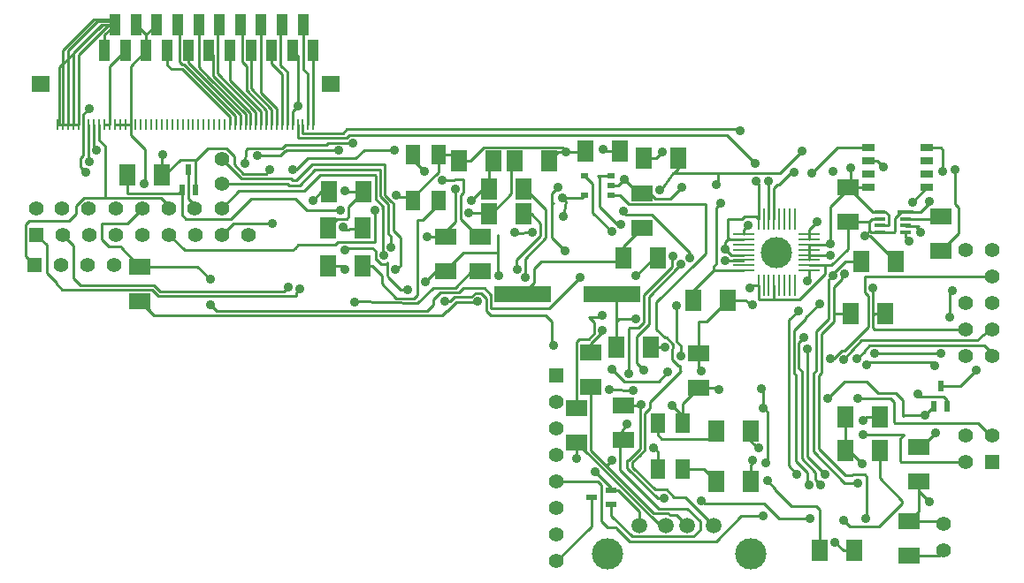
<source format=gtl>
G04 (created by PCBNEW (2013-may-18)-stable) date Sat Feb 17 15:36:07 2018*
%MOIN*%
G04 Gerber Fmt 3.4, Leading zero omitted, Abs format*
%FSLAX34Y34*%
G01*
G70*
G90*
G04 APERTURE LIST*
%ADD10C,0.00590551*%
%ADD11R,0.216535X0.0590551*%
%ADD12R,0.0551181X0.0748031*%
%ADD13C,0.055*%
%ADD14R,0.0236X0.0394*%
%ADD15R,0.0394X0.0236*%
%ADD16R,0.03X0.02*%
%ADD17R,0.05X0.025*%
%ADD18R,0.06X0.08*%
%ADD19R,0.08X0.06*%
%ADD20R,0.055X0.055*%
%ADD21R,0.0590551X0.0137795*%
%ADD22R,0.0393701X0.0137795*%
%ADD23C,0.0591*%
%ADD24C,0.1181*%
%ADD25R,0.01X0.0787402*%
%ADD26R,0.0787402X0.01*%
%ADD27R,0.00984252X0.0433071*%
%ADD28R,0.0669291X0.0590551*%
%ADD29R,0.0393701X0.0787402*%
%ADD30C,0.035*%
%ADD31C,0.01*%
G04 APERTURE END LIST*
G54D10*
G54D11*
X90610Y-53011D03*
X93956Y-53011D03*
G54D12*
X96633Y-59625D03*
X96633Y-57893D03*
X95688Y-57893D03*
X95688Y-59625D03*
X86476Y-47736D03*
X86476Y-49468D03*
X87421Y-49468D03*
X87421Y-47736D03*
G54D13*
X106476Y-62685D03*
X106476Y-61685D03*
G54D14*
X106614Y-57244D03*
X106102Y-57244D03*
X106358Y-56496D03*
X78267Y-49074D03*
X77755Y-49074D03*
X78011Y-48326D03*
G54D15*
X93936Y-60432D03*
X93936Y-60944D03*
X93188Y-60688D03*
G54D16*
X93944Y-49292D03*
X93944Y-48542D03*
X92944Y-49292D03*
X93944Y-48917D03*
X92944Y-48542D03*
G54D17*
X105844Y-48998D03*
X105844Y-48498D03*
X105844Y-47998D03*
X105844Y-47498D03*
X103644Y-47498D03*
X103644Y-47998D03*
X103644Y-48498D03*
X103644Y-48998D03*
G54D18*
X75688Y-48523D03*
X76988Y-48523D03*
G54D19*
X105177Y-61574D03*
X105177Y-62874D03*
X105531Y-58779D03*
X105531Y-60079D03*
X102854Y-48975D03*
X102854Y-50275D03*
X94389Y-58504D03*
X94389Y-57204D03*
X106358Y-51378D03*
X106358Y-50078D03*
G54D18*
X94133Y-55019D03*
X95433Y-55019D03*
X84567Y-50531D03*
X83267Y-50531D03*
G54D19*
X87696Y-50865D03*
X87696Y-52165D03*
G54D18*
X84567Y-51948D03*
X83267Y-51948D03*
G54D19*
X88996Y-50865D03*
X88996Y-52165D03*
G54D18*
X104055Y-58917D03*
X102755Y-58917D03*
X103110Y-62696D03*
X101810Y-62696D03*
X97912Y-58169D03*
X99212Y-58169D03*
X97912Y-60098D03*
X99212Y-60098D03*
X83306Y-49153D03*
X84606Y-49153D03*
X104055Y-57657D03*
X102755Y-57657D03*
G54D19*
X95098Y-50512D03*
X95098Y-49212D03*
G54D18*
X95709Y-51633D03*
X94409Y-51633D03*
G54D20*
X108314Y-59346D03*
G54D13*
X107314Y-59346D03*
X108314Y-58346D03*
X107314Y-58346D03*
X108314Y-55346D03*
X107314Y-55346D03*
X108314Y-54346D03*
X107314Y-54346D03*
X108314Y-53346D03*
X107314Y-53346D03*
X108314Y-52346D03*
X108314Y-51346D03*
X107314Y-51346D03*
G54D21*
X105039Y-49911D03*
G54D22*
X105039Y-50167D03*
X105039Y-50423D03*
X105039Y-50679D03*
X104055Y-50679D03*
X104055Y-50423D03*
X104055Y-50167D03*
X104055Y-49911D03*
G54D20*
X91870Y-56086D03*
G54D13*
X91870Y-57086D03*
X91870Y-58086D03*
X91870Y-59086D03*
X91870Y-60086D03*
X91870Y-61086D03*
X91870Y-62086D03*
X91870Y-63086D03*
G54D20*
X72200Y-51909D03*
G54D13*
X73200Y-51909D03*
X74200Y-51909D03*
X75200Y-51909D03*
G54D23*
X94997Y-61751D03*
X95997Y-61751D03*
X96797Y-61751D03*
X97797Y-61751D03*
G54D24*
X93797Y-62801D03*
X99197Y-62801D03*
G54D25*
X99685Y-50197D03*
X99882Y-50197D03*
X100079Y-50197D03*
X99488Y-50197D03*
G54D26*
X98937Y-50748D03*
X98937Y-50945D03*
X98937Y-51142D03*
X98937Y-51339D03*
X98937Y-51535D03*
X98937Y-51732D03*
X98937Y-51929D03*
X98937Y-52125D03*
G54D25*
X100866Y-52677D03*
X99488Y-52677D03*
X99685Y-52677D03*
X99882Y-52677D03*
X100079Y-52677D03*
X100275Y-52677D03*
X100472Y-52677D03*
X100669Y-52677D03*
G54D26*
X101417Y-52125D03*
X101417Y-51929D03*
X101417Y-51732D03*
X101417Y-51535D03*
X101417Y-51339D03*
X101417Y-51142D03*
X101417Y-50945D03*
X101417Y-50748D03*
G54D25*
X100866Y-50197D03*
X100669Y-50197D03*
X100472Y-50197D03*
X100275Y-50197D03*
G54D24*
X100177Y-51437D03*
G54D27*
X73065Y-46614D03*
X73262Y-46614D03*
X73458Y-46614D03*
X73655Y-46614D03*
X73852Y-46614D03*
X74049Y-46614D03*
X74246Y-46614D03*
X74443Y-46614D03*
X74640Y-46614D03*
X74836Y-46614D03*
X75033Y-46614D03*
X75230Y-46614D03*
X75427Y-46614D03*
X75624Y-46614D03*
X75821Y-46614D03*
X76017Y-46614D03*
X76214Y-46614D03*
X76411Y-46614D03*
X76608Y-46614D03*
X76805Y-46614D03*
X77002Y-46614D03*
X77199Y-46614D03*
X77395Y-46614D03*
X77592Y-46614D03*
X77789Y-46614D03*
X77986Y-46614D03*
X78183Y-46614D03*
X78380Y-46614D03*
X78577Y-46614D03*
X78773Y-46614D03*
G54D28*
X72425Y-45074D03*
X83362Y-45074D03*
G54D27*
X78970Y-46614D03*
X79167Y-46614D03*
X79364Y-46614D03*
X79561Y-46614D03*
X79758Y-46614D03*
X79954Y-46614D03*
X80151Y-46614D03*
X80348Y-46614D03*
X80545Y-46614D03*
X80742Y-46614D03*
X80939Y-46614D03*
X81136Y-46614D03*
X81332Y-46614D03*
X81529Y-46614D03*
X81726Y-46614D03*
X81923Y-46614D03*
X82120Y-46614D03*
X82317Y-46614D03*
X82514Y-46614D03*
X82710Y-46614D03*
G54D19*
X92637Y-57302D03*
X92637Y-58602D03*
X76181Y-53268D03*
X76181Y-51968D03*
G54D18*
X104252Y-53759D03*
X102952Y-53759D03*
X104665Y-51771D03*
X103365Y-51771D03*
X88188Y-47992D03*
X89488Y-47992D03*
X91594Y-47992D03*
X90294Y-47992D03*
X92952Y-47618D03*
X94252Y-47618D03*
X90650Y-49980D03*
X89350Y-49980D03*
X90650Y-49035D03*
X89350Y-49035D03*
G54D19*
X93169Y-55216D03*
X93169Y-56516D03*
G54D18*
X95176Y-47893D03*
X96476Y-47893D03*
G54D19*
X97244Y-56555D03*
X97244Y-55255D03*
G54D18*
X98346Y-53248D03*
X97046Y-53248D03*
G54D29*
X74842Y-43818D03*
X75236Y-42834D03*
X75629Y-43818D03*
X76023Y-42834D03*
X76417Y-43818D03*
X76811Y-42834D03*
X77204Y-43818D03*
X77598Y-42834D03*
X77992Y-43818D03*
X78385Y-42834D03*
X78779Y-43818D03*
X79173Y-42834D03*
X79566Y-43818D03*
X79960Y-42834D03*
X80354Y-43818D03*
X80748Y-42834D03*
X81141Y-43818D03*
X81535Y-42834D03*
X81929Y-43818D03*
X82322Y-42834D03*
X82716Y-43818D03*
G54D20*
X72266Y-50769D03*
G54D13*
X73266Y-50769D03*
X74266Y-50769D03*
X75266Y-50769D03*
X76266Y-50769D03*
X77266Y-50769D03*
X78266Y-50769D03*
X79266Y-50769D03*
X80266Y-50769D03*
X79256Y-49767D03*
X79266Y-48857D03*
X79256Y-47917D03*
X72266Y-49775D03*
X73226Y-49775D03*
X74236Y-49775D03*
X75266Y-49775D03*
X76256Y-49787D03*
X77256Y-49775D03*
X78246Y-49775D03*
G54D30*
X92637Y-59212D03*
X93956Y-59291D03*
X88582Y-49940D03*
X88681Y-49468D03*
X103248Y-60137D03*
X102303Y-52303D03*
X102736Y-52263D03*
X103523Y-61476D03*
X93622Y-47559D03*
X74271Y-48011D03*
X74547Y-47598D03*
X83661Y-47598D03*
X80590Y-47795D03*
X80137Y-48090D03*
X84192Y-47303D03*
X82185Y-52814D03*
X81751Y-52755D03*
X85019Y-49862D03*
X81181Y-50334D03*
X82145Y-45905D03*
X74271Y-46003D03*
X77047Y-47736D03*
X74133Y-48425D03*
X96220Y-57204D03*
X97992Y-56614D03*
X91751Y-54940D03*
X92244Y-47637D03*
X95925Y-60728D03*
X96614Y-48976D03*
X81082Y-48326D03*
X101712Y-50295D03*
X105925Y-60846D03*
X105492Y-56791D03*
X103799Y-52775D03*
X103405Y-59429D03*
X93326Y-59704D03*
X95531Y-58799D03*
X103484Y-50807D03*
X105925Y-49507D03*
X106437Y-48366D03*
X99153Y-52775D03*
X99389Y-48759D03*
X95059Y-57185D03*
X95964Y-55019D03*
X87657Y-53287D03*
X94429Y-48681D03*
X85846Y-49271D03*
X83917Y-49114D03*
X98248Y-51318D03*
X106122Y-55728D03*
X103562Y-55688D03*
X103248Y-56948D03*
X103444Y-58326D03*
X106358Y-55255D03*
X103877Y-55255D03*
X103208Y-55452D03*
X102185Y-55452D03*
X106161Y-58248D03*
X105767Y-57578D03*
X102106Y-56948D03*
X102696Y-55492D03*
X101988Y-59822D03*
X101338Y-55098D03*
X85807Y-52066D03*
X99665Y-61397D03*
X101397Y-60216D03*
X101791Y-53366D03*
X90964Y-50688D03*
X90295Y-50688D03*
X85374Y-51555D03*
X94527Y-57913D03*
X94311Y-50374D03*
X88917Y-53287D03*
X93956Y-50649D03*
X99822Y-60059D03*
X101003Y-53641D03*
X100925Y-59822D03*
X91948Y-48976D03*
X92204Y-51377D03*
X89704Y-52303D03*
X86948Y-52539D03*
X97342Y-60807D03*
X101200Y-54665D03*
X101830Y-60216D03*
X101437Y-61476D03*
X85649Y-51240D03*
X98799Y-46850D03*
X105177Y-51003D03*
X100846Y-48405D03*
X104192Y-48208D03*
X102303Y-48366D03*
X99370Y-48090D03*
X105610Y-50688D03*
X101515Y-48444D03*
X99862Y-48759D03*
X92775Y-52381D03*
X78818Y-52460D03*
X78818Y-53405D03*
X76318Y-48858D03*
X101141Y-47618D03*
X95767Y-49074D03*
X102185Y-51555D03*
X106909Y-48326D03*
X98051Y-49586D03*
X102972Y-48248D03*
X97893Y-48877D03*
X102185Y-51122D03*
X99114Y-50413D03*
X96417Y-53444D03*
X96889Y-51633D03*
X94389Y-49881D03*
X99586Y-56594D03*
X96555Y-55334D03*
X99783Y-59389D03*
X99665Y-57303D03*
X102381Y-62381D03*
X94783Y-56633D03*
X93877Y-56614D03*
X92145Y-50098D03*
X92106Y-49389D03*
X88051Y-49035D03*
X86988Y-50846D03*
X85767Y-47578D03*
X81948Y-48326D03*
X99271Y-53405D03*
X101318Y-52500D03*
X97342Y-55925D03*
X96082Y-55964D03*
X93956Y-55846D03*
X98248Y-51751D03*
X94862Y-52322D03*
X107696Y-55885D03*
X83720Y-49862D03*
X83917Y-51358D03*
X86279Y-52854D03*
X105295Y-49547D03*
X102696Y-61555D03*
X99271Y-59271D03*
X103444Y-57775D03*
X82696Y-49468D03*
X90688Y-52381D03*
X93602Y-53818D03*
X93602Y-54370D03*
X90393Y-52066D03*
X95866Y-47657D03*
X94586Y-56003D03*
X96279Y-51574D03*
X96555Y-51889D03*
X95177Y-55885D03*
X99507Y-58799D03*
X106712Y-53877D03*
X106791Y-52893D03*
X86909Y-48366D03*
X87578Y-48720D03*
X84271Y-53326D03*
X83917Y-52066D03*
X83838Y-50492D03*
X94862Y-53956D03*
G54D31*
X92637Y-58602D02*
X92638Y-58602D01*
X95787Y-61751D02*
X95997Y-61751D01*
X92638Y-58602D02*
X95787Y-61751D01*
X92637Y-59212D02*
X92637Y-58602D01*
X93745Y-59483D02*
X93764Y-59483D01*
X93764Y-59483D02*
X93956Y-59291D01*
X93169Y-58769D02*
X93169Y-58907D01*
X95541Y-61279D02*
X95688Y-61279D01*
X93169Y-58907D02*
X93745Y-59483D01*
X93745Y-59483D02*
X95541Y-61279D01*
X93169Y-58769D02*
X93169Y-56516D01*
X96797Y-61751D02*
X96403Y-61358D01*
X96082Y-61279D02*
X96161Y-61358D01*
X95688Y-61279D02*
X96082Y-61279D01*
X96161Y-61358D02*
X96403Y-61358D01*
X89350Y-49980D02*
X89429Y-49980D01*
X90177Y-48109D02*
X90294Y-47992D01*
X90177Y-49232D02*
X90177Y-48109D01*
X89429Y-49980D02*
X90177Y-49232D01*
X88582Y-49940D02*
X89310Y-49940D01*
X89310Y-49940D02*
X89350Y-49980D01*
X88681Y-49940D02*
X88582Y-49940D01*
X89350Y-49035D02*
X89350Y-48130D01*
X89350Y-48130D02*
X89488Y-47992D01*
X89350Y-49035D02*
X89114Y-49035D01*
X89114Y-49035D02*
X88681Y-49468D01*
X102303Y-52303D02*
X102303Y-52244D01*
X102775Y-51771D02*
X103365Y-51771D01*
X102303Y-52244D02*
X102775Y-51771D01*
X102736Y-60137D02*
X103248Y-60137D01*
X101555Y-58956D02*
X102736Y-60137D01*
X101555Y-56003D02*
X101555Y-58956D01*
X101673Y-55885D02*
X101555Y-56003D01*
X101673Y-54429D02*
X101673Y-55885D01*
X102145Y-53956D02*
X101673Y-54429D01*
X102145Y-52460D02*
X102145Y-53956D01*
X102303Y-52303D02*
X102145Y-52460D01*
X102952Y-53759D02*
X102342Y-53759D01*
X102322Y-53779D02*
X102342Y-53779D01*
X102342Y-53759D02*
X102322Y-53779D01*
X102736Y-52263D02*
X102618Y-52381D01*
X102618Y-52381D02*
X102618Y-52460D01*
X102618Y-52460D02*
X102342Y-52736D01*
X102342Y-52736D02*
X102342Y-53779D01*
X102342Y-53779D02*
X102342Y-54035D01*
X102342Y-54035D02*
X101870Y-54507D01*
X101870Y-54507D02*
X101870Y-55967D01*
X101870Y-55967D02*
X101751Y-56085D01*
X101751Y-56085D02*
X101751Y-58838D01*
X101751Y-58838D02*
X102775Y-59862D01*
X102775Y-59862D02*
X103011Y-59862D01*
X103011Y-59862D02*
X103051Y-59822D01*
X103051Y-59822D02*
X103484Y-59822D01*
X103484Y-59822D02*
X103562Y-59901D01*
X103562Y-59901D02*
X103562Y-61437D01*
X103562Y-61437D02*
X103523Y-61476D01*
X93681Y-47618D02*
X93622Y-47559D01*
X94252Y-47618D02*
X93681Y-47618D01*
X74271Y-48011D02*
X74246Y-47986D01*
X74246Y-47986D02*
X74246Y-46614D01*
X74443Y-47494D02*
X74443Y-46614D01*
X74547Y-47598D02*
X74443Y-47494D01*
X81678Y-47613D02*
X81648Y-47613D01*
X83661Y-47598D02*
X81692Y-47598D01*
X81692Y-47598D02*
X81678Y-47613D01*
X80590Y-47795D02*
X81466Y-47795D01*
X81648Y-47613D02*
X81466Y-47795D01*
X80137Y-48090D02*
X80157Y-47578D01*
X80157Y-47578D02*
X80236Y-47500D01*
X81437Y-47500D02*
X81003Y-47500D01*
X80905Y-47500D02*
X81003Y-47500D01*
X80905Y-47500D02*
X80236Y-47500D01*
X81437Y-47500D02*
X81535Y-47500D01*
X81535Y-47500D02*
X81653Y-47381D01*
X81437Y-47500D02*
X81456Y-47500D01*
X84192Y-47303D02*
X83225Y-47303D01*
X83225Y-47303D02*
X83225Y-47381D01*
X83225Y-47381D02*
X81653Y-47381D01*
X72657Y-52204D02*
X73031Y-52578D01*
X73031Y-52578D02*
X73031Y-52618D01*
X72657Y-51160D02*
X72266Y-50769D01*
X72657Y-52204D02*
X72657Y-51160D01*
X73248Y-52834D02*
X73031Y-52618D01*
X76633Y-52834D02*
X73248Y-52834D01*
X76870Y-53070D02*
X76633Y-52834D01*
X82064Y-53070D02*
X76870Y-53070D01*
X82066Y-53068D02*
X82064Y-53070D01*
X82066Y-52933D02*
X82066Y-53068D01*
X82185Y-52814D02*
X82066Y-52933D01*
X73934Y-52674D02*
X73681Y-52421D01*
X76700Y-52674D02*
X73934Y-52674D01*
X76934Y-52908D02*
X76700Y-52674D01*
X81599Y-52908D02*
X76934Y-52908D01*
X81751Y-52755D02*
X81599Y-52908D01*
X73681Y-51184D02*
X73681Y-52125D01*
X73681Y-52125D02*
X73681Y-52204D01*
X73681Y-52204D02*
X73681Y-52244D01*
X73681Y-52244D02*
X73681Y-52421D01*
X73681Y-51184D02*
X73266Y-50769D01*
X82037Y-51269D02*
X81948Y-51358D01*
X77854Y-51358D02*
X77266Y-50769D01*
X81948Y-51358D02*
X77854Y-51358D01*
X85019Y-51043D02*
X83641Y-51043D01*
X83641Y-51043D02*
X83523Y-51161D01*
X82145Y-51161D02*
X83523Y-51161D01*
X82027Y-51279D02*
X82037Y-51269D01*
X82037Y-51269D02*
X82145Y-51161D01*
X85019Y-50098D02*
X85019Y-49862D01*
X85019Y-51043D02*
X85019Y-50098D01*
X79266Y-50769D02*
X79701Y-50334D01*
X80531Y-50334D02*
X81181Y-50334D01*
X79701Y-50334D02*
X80531Y-50334D01*
X92244Y-47637D02*
X91949Y-47637D01*
X91949Y-47637D02*
X91594Y-47992D01*
X104252Y-53759D02*
X103877Y-53759D01*
X103877Y-53759D02*
X103799Y-53838D01*
X82145Y-45905D02*
X82145Y-44035D01*
X82145Y-44035D02*
X81929Y-43818D01*
X82145Y-45905D02*
X81923Y-46127D01*
X74049Y-46226D02*
X74271Y-46003D01*
X74049Y-46614D02*
X74049Y-47781D01*
X76988Y-47794D02*
X76988Y-48523D01*
X77047Y-47736D02*
X76988Y-47794D01*
X73937Y-48228D02*
X74133Y-48425D01*
X73937Y-47893D02*
X73937Y-48228D01*
X74049Y-47781D02*
X73937Y-47893D01*
X74049Y-46614D02*
X74049Y-46226D01*
X81923Y-46127D02*
X81923Y-46614D01*
X87657Y-53287D02*
X87883Y-53287D01*
X89035Y-52972D02*
X89232Y-53169D01*
X88818Y-52972D02*
X89035Y-52972D01*
X88661Y-53129D02*
X88818Y-52972D01*
X88041Y-53129D02*
X88661Y-53129D01*
X87883Y-53287D02*
X88041Y-53129D01*
X89232Y-53169D02*
X89232Y-53641D01*
X96633Y-57618D02*
X96633Y-57893D01*
X96220Y-57204D02*
X96633Y-57618D01*
X97244Y-56555D02*
X97933Y-56555D01*
X97933Y-56555D02*
X97992Y-56614D01*
X92244Y-47637D02*
X92932Y-47637D01*
X92932Y-47637D02*
X92952Y-47618D01*
X99488Y-53208D02*
X100079Y-53208D01*
X96633Y-57893D02*
X96633Y-57165D01*
X96633Y-57165D02*
X97244Y-56555D01*
X103484Y-50807D02*
X103701Y-50807D01*
X103701Y-50807D02*
X104665Y-51771D01*
X102066Y-51929D02*
X102244Y-51929D01*
X102244Y-51929D02*
X102854Y-51318D01*
X91692Y-54035D02*
X91456Y-53799D01*
X91692Y-54881D02*
X91692Y-54035D01*
X91751Y-54940D02*
X91692Y-54881D01*
X88188Y-47992D02*
X88622Y-47992D01*
X92086Y-47480D02*
X92244Y-47637D01*
X89133Y-47480D02*
X92086Y-47480D01*
X88622Y-47992D02*
X89133Y-47480D01*
X87421Y-47736D02*
X87932Y-47736D01*
X87932Y-47736D02*
X88188Y-47992D01*
X94547Y-59271D02*
X94596Y-59271D01*
X95688Y-60728D02*
X94547Y-59586D01*
X94547Y-59586D02*
X94547Y-59271D01*
X95925Y-60728D02*
X95688Y-60728D01*
X94596Y-59271D02*
X95019Y-58848D01*
X95019Y-58848D02*
X95019Y-57224D01*
X95019Y-57224D02*
X95059Y-57185D01*
X95098Y-49212D02*
X95396Y-49212D01*
X96181Y-49409D02*
X96614Y-48976D01*
X95593Y-49409D02*
X96181Y-49409D01*
X95396Y-49212D02*
X95593Y-49409D01*
X78740Y-47519D02*
X78267Y-47992D01*
X79429Y-47519D02*
X78740Y-47519D01*
X79724Y-47814D02*
X79429Y-47519D01*
X79724Y-48129D02*
X79724Y-47814D01*
X80078Y-48484D02*
X79724Y-48129D01*
X80925Y-48484D02*
X80078Y-48484D01*
X81082Y-48326D02*
X80925Y-48484D01*
X76988Y-48523D02*
X77106Y-48523D01*
X78267Y-47952D02*
X78267Y-47992D01*
X78248Y-47933D02*
X78267Y-47952D01*
X77696Y-47933D02*
X78248Y-47933D01*
X77106Y-48523D02*
X77696Y-47933D01*
X78267Y-47992D02*
X78267Y-49074D01*
X101417Y-50748D02*
X101417Y-50590D01*
X101417Y-50590D02*
X101712Y-50295D01*
X105531Y-60452D02*
X105531Y-60079D01*
X105925Y-60846D02*
X105531Y-60452D01*
X83267Y-50531D02*
X83267Y-50512D01*
X84035Y-49724D02*
X84606Y-49153D01*
X84035Y-50098D02*
X84035Y-49724D01*
X83956Y-50177D02*
X84035Y-50098D01*
X83602Y-50177D02*
X83956Y-50177D01*
X83267Y-50512D02*
X83602Y-50177D01*
X85925Y-49350D02*
X86476Y-49350D01*
X106614Y-57007D02*
X106614Y-57244D01*
X106476Y-56870D02*
X106614Y-57007D01*
X105570Y-56870D02*
X106476Y-56870D01*
X105492Y-56791D02*
X105570Y-56870D01*
X105177Y-61574D02*
X106365Y-61574D01*
X106365Y-61574D02*
X106476Y-61685D01*
X105531Y-60079D02*
X105531Y-61220D01*
X105531Y-61220D02*
X105177Y-61574D01*
X107314Y-54346D02*
X103874Y-54346D01*
X103874Y-54346D02*
X103799Y-54271D01*
X103799Y-54271D02*
X103799Y-53838D01*
X103799Y-53838D02*
X103799Y-52775D01*
X102755Y-58917D02*
X102893Y-58917D01*
X102893Y-58917D02*
X103405Y-59429D01*
X102755Y-57657D02*
X102755Y-58917D01*
X95688Y-59625D02*
X95688Y-58956D01*
X93936Y-60314D02*
X93936Y-60432D01*
X93326Y-59704D02*
X93936Y-60314D01*
X95688Y-58956D02*
X95531Y-58799D01*
X103681Y-50610D02*
X103661Y-50590D01*
X103484Y-50807D02*
X103681Y-50610D01*
X105039Y-49911D02*
X104855Y-49911D01*
X104596Y-50679D02*
X104055Y-50679D01*
X104625Y-50649D02*
X104596Y-50679D01*
X104625Y-50140D02*
X104625Y-50649D01*
X104855Y-49911D02*
X104625Y-50140D01*
X105039Y-49911D02*
X105600Y-49911D01*
X105925Y-49586D02*
X105925Y-49507D01*
X105600Y-49911D02*
X105925Y-49586D01*
X103661Y-50275D02*
X103661Y-50590D01*
X103661Y-50590D02*
X103750Y-50679D01*
X103750Y-50679D02*
X104055Y-50679D01*
X102854Y-50275D02*
X103661Y-50275D01*
X103769Y-50167D02*
X104055Y-50167D01*
X103661Y-50275D02*
X103769Y-50167D01*
X105844Y-47498D02*
X106356Y-47498D01*
X106437Y-47578D02*
X106437Y-48366D01*
X106356Y-47498D02*
X106437Y-47578D01*
X102854Y-50885D02*
X102854Y-50275D01*
X98937Y-51535D02*
X98464Y-51535D01*
X98464Y-51535D02*
X98248Y-51318D01*
X98858Y-50197D02*
X98956Y-50098D01*
X98956Y-50098D02*
X99389Y-50098D01*
X99389Y-50098D02*
X99488Y-50197D01*
X101043Y-53208D02*
X100079Y-53208D01*
X102047Y-51929D02*
X101988Y-51987D01*
X101988Y-51987D02*
X101988Y-52263D01*
X101988Y-52263D02*
X101043Y-53208D01*
X101417Y-50748D02*
X101417Y-50945D01*
X99252Y-52677D02*
X99488Y-52677D01*
X99153Y-52775D02*
X99252Y-52677D01*
X99488Y-52677D02*
X99488Y-53208D01*
X100079Y-53208D02*
X100079Y-52677D01*
X99488Y-50197D02*
X99488Y-48858D01*
X99488Y-48858D02*
X99389Y-48759D01*
X94271Y-57204D02*
X95039Y-57204D01*
X95039Y-57204D02*
X95059Y-57185D01*
X93936Y-60432D02*
X94212Y-60432D01*
X94212Y-60432D02*
X94997Y-61218D01*
X94997Y-61218D02*
X94997Y-61751D01*
X95433Y-55019D02*
X95964Y-55019D01*
X95098Y-49212D02*
X94960Y-49212D01*
X94960Y-49212D02*
X94429Y-48681D01*
X89232Y-53641D02*
X89389Y-53799D01*
X89389Y-53799D02*
X91456Y-53799D01*
X94192Y-48917D02*
X93944Y-48917D01*
X94429Y-48681D02*
X94192Y-48917D01*
X87578Y-47460D02*
X87421Y-47618D01*
X87421Y-47618D02*
X87421Y-48405D01*
X87421Y-48405D02*
X86476Y-49350D01*
X85846Y-49271D02*
X85925Y-49350D01*
X84606Y-49153D02*
X83956Y-49153D01*
X83956Y-49153D02*
X83917Y-49114D01*
X102047Y-51929D02*
X102066Y-51929D01*
X102854Y-51318D02*
X102854Y-50885D01*
X98346Y-50197D02*
X98858Y-50197D01*
X98326Y-50216D02*
X98346Y-50197D01*
X98326Y-50885D02*
X98326Y-50216D01*
X98937Y-50945D02*
X98385Y-50945D01*
X101417Y-51929D02*
X102047Y-51929D01*
X98248Y-51318D02*
X98248Y-51043D01*
X98248Y-51043D02*
X98366Y-50925D01*
X98366Y-50925D02*
X98326Y-50885D01*
X98385Y-50945D02*
X98366Y-50925D01*
X106122Y-55688D02*
X106122Y-55728D01*
X106003Y-55570D02*
X106122Y-55688D01*
X103681Y-55570D02*
X106003Y-55570D01*
X103562Y-55688D02*
X103681Y-55570D01*
X108314Y-58346D02*
X108228Y-58346D01*
X104468Y-56948D02*
X103248Y-56948D01*
X104586Y-57066D02*
X104468Y-56948D01*
X104586Y-57854D02*
X104586Y-57066D01*
X104625Y-57893D02*
X104586Y-57854D01*
X107775Y-57893D02*
X104625Y-57893D01*
X108228Y-58346D02*
X107775Y-57893D01*
X104858Y-59346D02*
X107314Y-59346D01*
X104822Y-59311D02*
X104858Y-59346D01*
X104822Y-58484D02*
X104822Y-59311D01*
X104980Y-58326D02*
X104822Y-58484D01*
X103444Y-58326D02*
X104980Y-58326D01*
X103877Y-55255D02*
X106358Y-55255D01*
X108314Y-55244D02*
X108314Y-55346D01*
X108011Y-54940D02*
X108314Y-55244D01*
X107148Y-54940D02*
X108011Y-54940D01*
X103681Y-54940D02*
X107148Y-54940D01*
X103484Y-55137D02*
X103681Y-54940D01*
X103484Y-55177D02*
X103484Y-55137D01*
X103208Y-55452D02*
X103484Y-55177D01*
X102637Y-55137D02*
X102736Y-55137D01*
X103638Y-54235D02*
X103638Y-54136D01*
X102736Y-55137D02*
X103638Y-54235D01*
X103638Y-54094D02*
X103638Y-54136D01*
X103503Y-52933D02*
X103503Y-52346D01*
X103638Y-54094D02*
X103638Y-53068D01*
X103638Y-53068D02*
X103503Y-52933D01*
X102322Y-55452D02*
X102185Y-55452D01*
X102637Y-55137D02*
X102322Y-55452D01*
X103503Y-52346D02*
X103503Y-52362D01*
X103503Y-52362D02*
X103503Y-52346D01*
X103503Y-52346D02*
X108314Y-52346D01*
X106102Y-57244D02*
X106102Y-57244D01*
X106102Y-57244D02*
X105767Y-57578D01*
X106161Y-58248D02*
X105630Y-58779D01*
X104980Y-57578D02*
X105767Y-57578D01*
X104940Y-57618D02*
X104980Y-57578D01*
X104940Y-57027D02*
X104940Y-57618D01*
X104665Y-56751D02*
X104940Y-57027D01*
X103996Y-56751D02*
X104665Y-56751D01*
X103562Y-56318D02*
X103996Y-56751D01*
X102736Y-56318D02*
X103562Y-56318D01*
X102106Y-56948D02*
X102736Y-56318D01*
X105630Y-58779D02*
X105531Y-58779D01*
X108212Y-54346D02*
X108314Y-54346D01*
X107736Y-54744D02*
X108212Y-54346D01*
X103366Y-54744D02*
X107736Y-54744D01*
X102696Y-55492D02*
X103366Y-54744D01*
X101988Y-59822D02*
X101318Y-59153D01*
X101318Y-59153D02*
X101338Y-55098D01*
X81929Y-48720D02*
X81870Y-48661D01*
X80000Y-48661D02*
X79256Y-47917D01*
X81870Y-48661D02*
X80000Y-48661D01*
X85413Y-48129D02*
X85413Y-49271D01*
X85728Y-50610D02*
X85964Y-50846D01*
X85728Y-49586D02*
X85728Y-50610D01*
X85649Y-49507D02*
X85728Y-49586D01*
X85413Y-49271D02*
X85649Y-49507D01*
X85098Y-48129D02*
X85413Y-48129D01*
X82066Y-48720D02*
X82657Y-48129D01*
X82657Y-48129D02*
X85098Y-48129D01*
X81909Y-48720D02*
X81929Y-48720D01*
X81929Y-48720D02*
X82066Y-48720D01*
X86003Y-50885D02*
X85964Y-50846D01*
X86003Y-51948D02*
X86003Y-50885D01*
X85807Y-52066D02*
X86003Y-51948D01*
X94133Y-61830D02*
X94133Y-61850D01*
X97893Y-62342D02*
X98838Y-61397D01*
X98838Y-61397D02*
X99665Y-61397D01*
X93433Y-60086D02*
X91870Y-60086D01*
X93433Y-60086D02*
X93562Y-60216D01*
X93562Y-60216D02*
X93562Y-61594D01*
X93562Y-61594D02*
X93799Y-61830D01*
X93799Y-61830D02*
X93956Y-61830D01*
X93956Y-61830D02*
X94133Y-61830D01*
X94625Y-62342D02*
X97893Y-62342D01*
X94133Y-61850D02*
X94625Y-62342D01*
X101279Y-53956D02*
X101279Y-53877D01*
X101397Y-60216D02*
X101318Y-60137D01*
X101318Y-60137D02*
X101318Y-59744D01*
X101318Y-59744D02*
X100885Y-59311D01*
X100885Y-59311D02*
X100885Y-56043D01*
X100885Y-56043D02*
X100843Y-56001D01*
X100843Y-56001D02*
X100843Y-54392D01*
X100843Y-54392D02*
X101279Y-53956D01*
X101279Y-53877D02*
X101791Y-53366D01*
X79256Y-49767D02*
X79910Y-49114D01*
X81712Y-49114D02*
X81751Y-49114D01*
X82972Y-48523D02*
X85019Y-48523D01*
X82381Y-49114D02*
X82972Y-48523D01*
X81712Y-49114D02*
X82381Y-49114D01*
X85059Y-48562D02*
X85019Y-48523D01*
X85334Y-49783D02*
X85334Y-50925D01*
X85059Y-49429D02*
X85334Y-49704D01*
X85334Y-49704D02*
X85334Y-49744D01*
X85334Y-49744D02*
X85295Y-49783D01*
X85295Y-49783D02*
X85334Y-49783D01*
X85059Y-48562D02*
X85059Y-49429D01*
X79910Y-49114D02*
X81751Y-49114D01*
X90334Y-50728D02*
X90964Y-50688D01*
X90295Y-50688D02*
X90334Y-50728D01*
X85334Y-50925D02*
X85334Y-51515D01*
X85334Y-51515D02*
X85374Y-51555D01*
X85334Y-50964D02*
X85334Y-50925D01*
X85334Y-50964D02*
X85334Y-50885D01*
X78246Y-49775D02*
X78246Y-49644D01*
X78011Y-49409D02*
X78011Y-48326D01*
X78246Y-49644D02*
X78011Y-49409D01*
X97047Y-62165D02*
X94724Y-62165D01*
X97047Y-62165D02*
X97303Y-61909D01*
X96811Y-61102D02*
X95738Y-61102D01*
X94271Y-59635D02*
X94271Y-59074D01*
X95738Y-61102D02*
X94271Y-59635D01*
X94271Y-58287D02*
X94271Y-58504D01*
X94527Y-57913D02*
X94271Y-58287D01*
X93936Y-61377D02*
X93936Y-60944D01*
X94271Y-59074D02*
X94271Y-58504D01*
X97303Y-61594D02*
X96811Y-61102D01*
X97303Y-61909D02*
X97303Y-61594D01*
X94724Y-62165D02*
X93936Y-61377D01*
X93944Y-48542D02*
X93426Y-48542D01*
X94153Y-50374D02*
X94311Y-50374D01*
X93484Y-49704D02*
X94153Y-50374D01*
X93484Y-48600D02*
X93484Y-49704D01*
X93426Y-48542D02*
X93484Y-48600D01*
X87755Y-53641D02*
X87736Y-53641D01*
X76712Y-53799D02*
X76181Y-53268D01*
X87578Y-53799D02*
X76712Y-53799D01*
X87736Y-53641D02*
X87578Y-53799D01*
X88090Y-53307D02*
X87755Y-53641D01*
X88897Y-53307D02*
X88090Y-53307D01*
X88917Y-53287D02*
X88897Y-53307D01*
X76181Y-53268D02*
X76554Y-53641D01*
X93248Y-48845D02*
X92944Y-48542D01*
X93248Y-49940D02*
X93248Y-48845D01*
X93956Y-50649D02*
X93248Y-49940D01*
X101810Y-61141D02*
X101810Y-62696D01*
X101673Y-61003D02*
X101810Y-61141D01*
X100728Y-61003D02*
X101673Y-61003D01*
X100098Y-60374D02*
X100728Y-61003D01*
X100098Y-60334D02*
X100098Y-60374D01*
X99822Y-60059D02*
X100098Y-60334D01*
X100649Y-53996D02*
X101003Y-53641D01*
X100649Y-59468D02*
X100649Y-53996D01*
X100925Y-59822D02*
X100649Y-59468D01*
X91712Y-49212D02*
X91712Y-49547D01*
X91948Y-48976D02*
X91712Y-49212D01*
X91712Y-49547D02*
X91751Y-49586D01*
X91751Y-49586D02*
X91712Y-49586D01*
X91712Y-50885D02*
X91712Y-49586D01*
X91712Y-49586D02*
X91712Y-49547D01*
X92204Y-51377D02*
X91712Y-50885D01*
X89665Y-52263D02*
X89704Y-52303D01*
X89665Y-51515D02*
X89665Y-51437D01*
X89665Y-51515D02*
X89665Y-52263D01*
X87696Y-52165D02*
X87696Y-52106D01*
X88366Y-51437D02*
X89665Y-51437D01*
X87696Y-52106D02*
X88366Y-51437D01*
X89665Y-50787D02*
X89665Y-51437D01*
X87322Y-52165D02*
X87696Y-52165D01*
X86948Y-52539D02*
X87322Y-52165D01*
X101437Y-61476D02*
X100255Y-61476D01*
X99704Y-60925D02*
X99468Y-60925D01*
X100255Y-61476D02*
X99704Y-60925D01*
X97460Y-60925D02*
X97342Y-60807D01*
X99468Y-60925D02*
X97460Y-60925D01*
X101003Y-54862D02*
X101200Y-54665D01*
X101003Y-55807D02*
X101003Y-54862D01*
X101122Y-55925D02*
X101003Y-55807D01*
X101122Y-59232D02*
X101122Y-55925D01*
X101633Y-59744D02*
X101122Y-59232D01*
X101633Y-60019D02*
X101633Y-59744D01*
X101830Y-60216D02*
X101633Y-60019D01*
X81811Y-48917D02*
X81751Y-48857D01*
X81751Y-48857D02*
X79266Y-48857D01*
X85649Y-50846D02*
X85649Y-51240D01*
X85531Y-50728D02*
X85649Y-50846D01*
X85531Y-49625D02*
X85531Y-50728D01*
X85219Y-49313D02*
X85531Y-49625D01*
X85219Y-48329D02*
X85219Y-49313D01*
X85216Y-48326D02*
X85219Y-48329D01*
X85649Y-51240D02*
X85649Y-51318D01*
X85098Y-48326D02*
X85216Y-48326D01*
X82185Y-48917D02*
X82775Y-48326D01*
X85059Y-48326D02*
X85098Y-48326D01*
X82775Y-48326D02*
X85059Y-48326D01*
X81751Y-48917D02*
X81811Y-48917D01*
X81811Y-48917D02*
X82185Y-48917D01*
X82317Y-46940D02*
X82317Y-46614D01*
X82322Y-46946D02*
X82317Y-46940D01*
X83818Y-46946D02*
X82322Y-46946D01*
X83973Y-46791D02*
X83818Y-46946D01*
X98740Y-46791D02*
X83973Y-46791D01*
X98799Y-46850D02*
X98740Y-46791D01*
X105039Y-50866D02*
X105039Y-50679D01*
X105177Y-51003D02*
X105039Y-50866D01*
X100767Y-48366D02*
X100807Y-48366D01*
X100079Y-49015D02*
X100216Y-48877D01*
X100216Y-48877D02*
X100255Y-48877D01*
X100255Y-48877D02*
X100767Y-48366D01*
X100079Y-50197D02*
X100079Y-49015D01*
X100807Y-48366D02*
X100846Y-48405D01*
X103982Y-47998D02*
X103644Y-47998D01*
X104192Y-48208D02*
X103982Y-47998D01*
X82120Y-46614D02*
X82120Y-47100D01*
X98287Y-47007D02*
X99370Y-48090D01*
X84055Y-47007D02*
X98287Y-47007D01*
X83956Y-47106D02*
X84055Y-47007D01*
X82125Y-47106D02*
X83956Y-47106D01*
X82120Y-47100D02*
X82125Y-47106D01*
X105068Y-50452D02*
X105039Y-50423D01*
X105531Y-50452D02*
X105068Y-50452D01*
X105452Y-50531D02*
X105531Y-50452D01*
X105610Y-50688D02*
X105452Y-50531D01*
X103644Y-47498D02*
X102462Y-47498D01*
X102462Y-47498D02*
X101515Y-48444D01*
X99882Y-48779D02*
X99882Y-50197D01*
X99862Y-48759D02*
X99882Y-48779D01*
X76417Y-43228D02*
X76811Y-42834D01*
X76417Y-43818D02*
X76417Y-43228D01*
X76417Y-43228D02*
X76023Y-42834D01*
X75821Y-46614D02*
X75821Y-44415D01*
X75821Y-44415D02*
X76417Y-43818D01*
X75427Y-46614D02*
X75230Y-46614D01*
X75624Y-46614D02*
X75427Y-46614D01*
X75821Y-46614D02*
X75624Y-46614D01*
X76358Y-47913D02*
X76358Y-47559D01*
X75821Y-47021D02*
X75821Y-46614D01*
X76358Y-47559D02*
X75821Y-47021D01*
X87244Y-53267D02*
X87244Y-53402D01*
X92775Y-52381D02*
X91830Y-53326D01*
X91830Y-53326D02*
X91614Y-53543D01*
X91614Y-53543D02*
X89412Y-53543D01*
X89412Y-53543D02*
X89409Y-53540D01*
X89409Y-53540D02*
X89409Y-53051D01*
X89409Y-53051D02*
X89153Y-52795D01*
X89153Y-52795D02*
X88366Y-52795D01*
X88366Y-52795D02*
X88208Y-52952D01*
X88208Y-52952D02*
X87500Y-52952D01*
X87500Y-52952D02*
X87244Y-53208D01*
X87244Y-53208D02*
X87244Y-53267D01*
X78326Y-51968D02*
X76181Y-51968D01*
X78818Y-52460D02*
X78326Y-51968D01*
X79052Y-53638D02*
X78818Y-53405D01*
X87007Y-53638D02*
X79052Y-53638D01*
X87244Y-53402D02*
X87007Y-53638D01*
X97046Y-52894D02*
X97814Y-52125D01*
X97046Y-53248D02*
X97046Y-52894D01*
X76358Y-48818D02*
X76358Y-47913D01*
X76358Y-47913D02*
X76358Y-47874D01*
X76318Y-48858D02*
X76358Y-48818D01*
X101141Y-47618D02*
X101122Y-47618D01*
X96476Y-47893D02*
X96476Y-48267D01*
X96476Y-48267D02*
X96299Y-48444D01*
X97972Y-48444D02*
X96299Y-48444D01*
X96299Y-48444D02*
X96279Y-48444D01*
X96279Y-48444D02*
X95767Y-49153D01*
X95767Y-49153D02*
X95767Y-49074D01*
X74724Y-50944D02*
X75000Y-51220D01*
X75709Y-50334D02*
X74724Y-50334D01*
X74724Y-50334D02*
X74724Y-50944D01*
X74960Y-51220D02*
X75452Y-51220D01*
X75452Y-51220D02*
X75452Y-51239D01*
X75452Y-51239D02*
X76181Y-51968D01*
X76256Y-49787D02*
X75709Y-50334D01*
X75000Y-51220D02*
X74980Y-51220D01*
X74980Y-51220D02*
X74960Y-51200D01*
X74960Y-51200D02*
X74960Y-51220D01*
X102165Y-51142D02*
X101417Y-51142D01*
X101417Y-51142D02*
X101417Y-51339D01*
X101417Y-51535D02*
X102164Y-51535D01*
X102164Y-51535D02*
X102185Y-51555D01*
X106358Y-51378D02*
X106377Y-51378D01*
X106909Y-49625D02*
X106909Y-48326D01*
X107027Y-49744D02*
X106909Y-49625D01*
X107027Y-50728D02*
X107027Y-49744D01*
X106377Y-51378D02*
X107027Y-50728D01*
X104055Y-49911D02*
X104281Y-49911D01*
X104379Y-50423D02*
X104055Y-50423D01*
X104389Y-50413D02*
X104379Y-50423D01*
X104389Y-50019D02*
X104389Y-50413D01*
X104281Y-49911D02*
X104389Y-50019D01*
X104055Y-49911D02*
X103789Y-49911D01*
X103789Y-49911D02*
X102854Y-48975D01*
X102854Y-48975D02*
X103622Y-48975D01*
X103622Y-48975D02*
X103644Y-48998D01*
X97814Y-52125D02*
X97814Y-51948D01*
X97893Y-49744D02*
X98051Y-49586D01*
X97893Y-51870D02*
X97893Y-49744D01*
X97814Y-51948D02*
X97893Y-51870D01*
X97814Y-52125D02*
X98937Y-52125D01*
X102854Y-48975D02*
X102854Y-49035D01*
X102185Y-49704D02*
X102185Y-50177D01*
X102854Y-49035D02*
X102185Y-49704D01*
X102972Y-48248D02*
X102972Y-48857D01*
X102972Y-48857D02*
X102854Y-48975D01*
X100295Y-48444D02*
X97972Y-48444D01*
X101122Y-47618D02*
X100295Y-48444D01*
X97972Y-48799D02*
X97972Y-48444D01*
X97893Y-48877D02*
X97972Y-48799D01*
X102185Y-51122D02*
X102185Y-50177D01*
X102185Y-50177D02*
X102185Y-50098D01*
X98937Y-50748D02*
X98937Y-50590D01*
X102185Y-51122D02*
X102165Y-51142D01*
X98937Y-50590D02*
X99114Y-50413D01*
X101417Y-51535D02*
X101417Y-51732D01*
X101417Y-51339D02*
X101417Y-51535D01*
X95022Y-59072D02*
X95216Y-58877D01*
X95216Y-57500D02*
X95413Y-57303D01*
X95216Y-58877D02*
X95216Y-57500D01*
X96723Y-60677D02*
X96307Y-60677D01*
X94744Y-59350D02*
X95022Y-59072D01*
X94744Y-59547D02*
X94744Y-59350D01*
X95595Y-60398D02*
X94744Y-59547D01*
X96028Y-60398D02*
X95595Y-60398D01*
X96307Y-60677D02*
X96028Y-60398D01*
X95413Y-57303D02*
X95413Y-57263D01*
X96555Y-55925D02*
X96535Y-55925D01*
X96535Y-55944D02*
X96555Y-55925D01*
X95413Y-57066D02*
X96535Y-55944D01*
X95413Y-57303D02*
X95413Y-57224D01*
X95413Y-57224D02*
X95413Y-57066D01*
X96535Y-55728D02*
X96476Y-55728D01*
X96535Y-55728D02*
X96535Y-55925D01*
X97500Y-49744D02*
X97500Y-51476D01*
X97165Y-51811D02*
X97500Y-51476D01*
X95649Y-54350D02*
X95964Y-54665D01*
X95649Y-53326D02*
X95649Y-54350D01*
X97165Y-51811D02*
X95649Y-53326D01*
X97500Y-49744D02*
X97500Y-49625D01*
X96043Y-54665D02*
X96279Y-54901D01*
X95964Y-54665D02*
X96043Y-54665D01*
X96476Y-55728D02*
X96240Y-55492D01*
X96240Y-55492D02*
X96240Y-55098D01*
X96240Y-55098D02*
X96279Y-55059D01*
X96279Y-55059D02*
X96279Y-54901D01*
X97500Y-49625D02*
X97027Y-49625D01*
X96673Y-49625D02*
X97027Y-49625D01*
X94252Y-49292D02*
X93944Y-49292D01*
X94586Y-49625D02*
X96673Y-49625D01*
X94252Y-49292D02*
X94586Y-49625D01*
X97500Y-49625D02*
X97500Y-49665D01*
X97797Y-61751D02*
X96723Y-60677D01*
X74640Y-46614D02*
X74640Y-47199D01*
X74862Y-47421D02*
X74862Y-49389D01*
X74640Y-47199D02*
X74862Y-47421D01*
X96417Y-53444D02*
X96417Y-54803D01*
X73779Y-49980D02*
X73779Y-49685D01*
X73779Y-49685D02*
X74074Y-49389D01*
X77256Y-49775D02*
X77256Y-49677D01*
X77256Y-49677D02*
X76968Y-49389D01*
X76968Y-49389D02*
X74862Y-49389D01*
X74862Y-49389D02*
X74074Y-49389D01*
X96909Y-51614D02*
X96889Y-51633D01*
X96909Y-51437D02*
X96909Y-51614D01*
X95472Y-50000D02*
X96909Y-51437D01*
X94507Y-50000D02*
X95472Y-50000D01*
X94389Y-49881D02*
X94507Y-50000D01*
X99665Y-56673D02*
X99665Y-57303D01*
X99586Y-56594D02*
X99665Y-56673D01*
X96555Y-55334D02*
X96555Y-54940D01*
X96555Y-54940D02*
X96417Y-54803D01*
X71870Y-51578D02*
X72200Y-51909D01*
X71870Y-50393D02*
X71870Y-51578D01*
X72007Y-50255D02*
X71870Y-50393D01*
X73503Y-50255D02*
X72007Y-50255D01*
X73779Y-49980D02*
X73503Y-50255D01*
X99783Y-59389D02*
X99822Y-59350D01*
X99822Y-59350D02*
X99822Y-57460D01*
X99822Y-57460D02*
X99665Y-57303D01*
X103110Y-62696D02*
X102696Y-62696D01*
X102696Y-62696D02*
X102381Y-62381D01*
X94783Y-56633D02*
X93956Y-56614D01*
X93956Y-56614D02*
X93877Y-56614D01*
X92106Y-49389D02*
X92847Y-49389D01*
X92847Y-49389D02*
X92944Y-49292D01*
X92224Y-49507D02*
X92145Y-50098D01*
X92106Y-49389D02*
X92224Y-49507D01*
X87696Y-50649D02*
X87696Y-50865D01*
X88051Y-50295D02*
X87696Y-50649D01*
X88051Y-49035D02*
X88051Y-50295D01*
X87696Y-50865D02*
X87007Y-50865D01*
X87007Y-50865D02*
X86988Y-50846D01*
X81948Y-48326D02*
X82066Y-48326D01*
X84625Y-47578D02*
X85767Y-47578D01*
X84311Y-47893D02*
X84625Y-47578D01*
X82500Y-47893D02*
X84311Y-47893D01*
X82066Y-48326D02*
X82500Y-47893D01*
X97244Y-54055D02*
X97539Y-54055D01*
X97244Y-55255D02*
X97244Y-54055D01*
X97539Y-54055D02*
X98346Y-53248D01*
X98346Y-53248D02*
X98996Y-53248D01*
X101417Y-52401D02*
X101417Y-52125D01*
X101417Y-52401D02*
X101318Y-52500D01*
X98996Y-53248D02*
X99271Y-53405D01*
X98051Y-53248D02*
X98346Y-53248D01*
X97244Y-55255D02*
X97461Y-55255D01*
X97244Y-55255D02*
X97244Y-55826D01*
X97244Y-55826D02*
X97342Y-55925D01*
X96082Y-55964D02*
X95728Y-56318D01*
X95728Y-56318D02*
X94429Y-56318D01*
X94429Y-56318D02*
X93956Y-55846D01*
X98248Y-51751D02*
X98917Y-51751D01*
X98917Y-51751D02*
X98937Y-51732D01*
X95709Y-51633D02*
X95551Y-51633D01*
X95492Y-51633D02*
X95709Y-51633D01*
X95551Y-51633D02*
X94862Y-52322D01*
X93188Y-60688D02*
X93188Y-61767D01*
X93188Y-61767D02*
X91870Y-63086D01*
X106358Y-56496D02*
X107086Y-56496D01*
X107086Y-56496D02*
X107696Y-55885D01*
X75688Y-48523D02*
X75688Y-49209D01*
X77618Y-49212D02*
X77755Y-49074D01*
X75691Y-49212D02*
X77618Y-49212D01*
X75688Y-49209D02*
X75691Y-49212D01*
X77755Y-49074D02*
X77755Y-50019D01*
X77755Y-50019D02*
X77913Y-50177D01*
X77913Y-50177D02*
X79606Y-50177D01*
X79606Y-50177D02*
X80354Y-49429D01*
X80354Y-49429D02*
X82027Y-49429D01*
X85492Y-52303D02*
X85492Y-51830D01*
X85452Y-51870D02*
X85255Y-51870D01*
X85492Y-51830D02*
X85452Y-51870D01*
X85059Y-51712D02*
X85098Y-51712D01*
X82027Y-49429D02*
X82460Y-49862D01*
X82460Y-49862D02*
X83720Y-49862D01*
X83917Y-51358D02*
X83996Y-51279D01*
X83996Y-51279D02*
X84940Y-51279D01*
X84940Y-51279D02*
X85059Y-51397D01*
X85059Y-51397D02*
X85059Y-51712D01*
X85098Y-51712D02*
X85255Y-51870D01*
X85531Y-52342D02*
X85531Y-52381D01*
X85492Y-52303D02*
X85531Y-52342D01*
X86003Y-52854D02*
X86279Y-52854D01*
X85531Y-52381D02*
X86003Y-52854D01*
X105039Y-50167D02*
X106269Y-50167D01*
X106269Y-50167D02*
X106358Y-50078D01*
X105844Y-48998D02*
X105844Y-48998D01*
X105295Y-49547D02*
X105844Y-48998D01*
X104055Y-58917D02*
X104055Y-59961D01*
X102933Y-61791D02*
X102696Y-61555D01*
X104035Y-61791D02*
X102933Y-61791D01*
X104901Y-60925D02*
X104035Y-61791D01*
X104901Y-60807D02*
X104901Y-60925D01*
X104055Y-59961D02*
X104901Y-60807D01*
X95688Y-57893D02*
X95688Y-58326D01*
X97598Y-58484D02*
X97912Y-58169D01*
X95846Y-58484D02*
X97598Y-58484D01*
X95688Y-58326D02*
X95846Y-58484D01*
X96633Y-59625D02*
X97440Y-59625D01*
X97440Y-59625D02*
X97912Y-60098D01*
X99212Y-60098D02*
X99212Y-59448D01*
X99212Y-59448D02*
X99271Y-59389D01*
X99271Y-59389D02*
X99271Y-59271D01*
X91830Y-51791D02*
X91299Y-51791D01*
X91830Y-51791D02*
X94251Y-51791D01*
X94409Y-51633D02*
X94251Y-51791D01*
X91043Y-52578D02*
X90610Y-53011D01*
X91043Y-52047D02*
X91043Y-52578D01*
X91299Y-51791D02*
X91043Y-52047D01*
X94409Y-51633D02*
X94409Y-51201D01*
X94409Y-51201D02*
X95098Y-50512D01*
X103562Y-57657D02*
X104055Y-57657D01*
X103444Y-57775D02*
X103562Y-57657D01*
X83011Y-49153D02*
X83306Y-49153D01*
X82696Y-49468D02*
X83011Y-49153D01*
X90688Y-51673D02*
X90688Y-52381D01*
X91476Y-50885D02*
X90688Y-51673D01*
X90650Y-49035D02*
X90708Y-49035D01*
X90708Y-49035D02*
X91476Y-49803D01*
X91476Y-49803D02*
X91476Y-50885D01*
X93307Y-54094D02*
X93307Y-54488D01*
X93523Y-53897D02*
X93602Y-53818D01*
X93307Y-54094D02*
X93110Y-53897D01*
X93110Y-53897D02*
X93523Y-53897D01*
X92637Y-54803D02*
X92637Y-57302D01*
X92736Y-54704D02*
X92637Y-54803D01*
X93090Y-54704D02*
X92736Y-54704D01*
X93307Y-54488D02*
X93090Y-54704D01*
X93169Y-55216D02*
X93169Y-54881D01*
X93602Y-54448D02*
X93602Y-54370D01*
X93169Y-54881D02*
X93602Y-54448D01*
X91279Y-50340D02*
X91279Y-50807D01*
X91279Y-50807D02*
X90374Y-51712D01*
X90919Y-49980D02*
X91279Y-50340D01*
X90919Y-49980D02*
X90650Y-49980D01*
X90374Y-52047D02*
X90374Y-51712D01*
X90393Y-52066D02*
X90374Y-52047D01*
X95629Y-47893D02*
X95176Y-47893D01*
X95866Y-47657D02*
X95629Y-47893D01*
X96240Y-51633D02*
X96240Y-51614D01*
X94586Y-54311D02*
X94586Y-56003D01*
X94625Y-54271D02*
X94586Y-54311D01*
X94980Y-54271D02*
X94625Y-54271D01*
X95177Y-54074D02*
X94980Y-54271D01*
X95177Y-53051D02*
X95177Y-54074D01*
X96240Y-51988D02*
X95177Y-53051D01*
X96240Y-51633D02*
X96240Y-51988D01*
X96240Y-51614D02*
X96279Y-51574D01*
X96476Y-51968D02*
X96555Y-51889D01*
X94901Y-55610D02*
X95177Y-55885D01*
X94901Y-54625D02*
X94901Y-55610D01*
X95374Y-54153D02*
X94901Y-54625D01*
X95374Y-53132D02*
X95374Y-54153D01*
X96476Y-51990D02*
X95374Y-53132D01*
X96476Y-51990D02*
X96476Y-51968D01*
X78385Y-44448D02*
X78385Y-42834D01*
X78777Y-44840D02*
X78385Y-44448D01*
X78777Y-44842D02*
X78777Y-44840D01*
X80151Y-46216D02*
X78777Y-44842D01*
X80151Y-46614D02*
X80151Y-46216D01*
X77204Y-44370D02*
X77204Y-43818D01*
X77362Y-44527D02*
X77204Y-44370D01*
X77775Y-44527D02*
X77362Y-44527D01*
X79561Y-46313D02*
X77775Y-44527D01*
X79561Y-46614D02*
X79561Y-46313D01*
X77677Y-42913D02*
X77598Y-42834D01*
X77677Y-44251D02*
X77677Y-42913D01*
X77775Y-44350D02*
X77677Y-44251D01*
X77832Y-44350D02*
X77775Y-44350D01*
X79758Y-46276D02*
X77832Y-44350D01*
X79758Y-46614D02*
X79758Y-46276D01*
X77992Y-44283D02*
X77992Y-43818D01*
X79954Y-46246D02*
X77992Y-44283D01*
X79954Y-46614D02*
X79954Y-46246D01*
X78934Y-43973D02*
X78779Y-43818D01*
X78934Y-44772D02*
X78934Y-43973D01*
X80348Y-46186D02*
X78934Y-44772D01*
X80348Y-46614D02*
X80348Y-46186D01*
X79094Y-44695D02*
X79094Y-44685D01*
X80545Y-46146D02*
X79094Y-44695D01*
X79094Y-42913D02*
X79173Y-42834D01*
X79094Y-44685D02*
X79094Y-42913D01*
X80545Y-46397D02*
X80545Y-46146D01*
X80545Y-46614D02*
X80545Y-46397D01*
X79566Y-44921D02*
X79566Y-44940D01*
X79566Y-44940D02*
X80742Y-46116D01*
X79566Y-44921D02*
X79566Y-43818D01*
X80742Y-46116D02*
X80742Y-46323D01*
X80742Y-46614D02*
X80742Y-46323D01*
X80939Y-46283D02*
X80939Y-46077D01*
X80196Y-45334D02*
X80194Y-45334D01*
X80194Y-45332D02*
X80196Y-45334D01*
X80194Y-45332D02*
X80194Y-45332D01*
X80939Y-46077D02*
X80194Y-45332D01*
X80194Y-44406D02*
X80039Y-44251D01*
X80039Y-44251D02*
X80039Y-42913D01*
X79960Y-42834D02*
X80039Y-42913D01*
X80194Y-45334D02*
X80194Y-44406D01*
X80000Y-42874D02*
X79960Y-42834D01*
X80939Y-46283D02*
X80939Y-46614D01*
X80354Y-45118D02*
X80354Y-45265D01*
X81136Y-46047D02*
X81136Y-46254D01*
X80354Y-45265D02*
X81136Y-46047D01*
X80354Y-45118D02*
X80354Y-43818D01*
X81136Y-46614D02*
X81136Y-46254D01*
X81332Y-46614D02*
X81332Y-46017D01*
X80728Y-42854D02*
X80748Y-42834D01*
X80728Y-45413D02*
X80728Y-42854D01*
X81332Y-46017D02*
X80728Y-45413D01*
X82514Y-46614D02*
X82514Y-44699D01*
X82322Y-44507D02*
X82322Y-42834D01*
X82514Y-44699D02*
X82322Y-44507D01*
X75033Y-46614D02*
X75033Y-44415D01*
X75033Y-44415D02*
X75629Y-43818D01*
X74836Y-46614D02*
X75033Y-46614D01*
X82716Y-43818D02*
X82716Y-46609D01*
X82716Y-46609D02*
X82710Y-46614D01*
X81529Y-46614D02*
X81529Y-44699D01*
X81141Y-44311D02*
X81141Y-43818D01*
X81529Y-44699D02*
X81141Y-44311D01*
X81545Y-44438D02*
X81525Y-44438D01*
X81456Y-42913D02*
X81535Y-42834D01*
X81456Y-44370D02*
X81456Y-42913D01*
X81525Y-44438D02*
X81456Y-44370D01*
X81726Y-44620D02*
X81545Y-44438D01*
X81545Y-44438D02*
X81535Y-44429D01*
X81726Y-46614D02*
X81726Y-44620D01*
X99212Y-58169D02*
X99212Y-58583D01*
X99212Y-58583D02*
X99507Y-58799D01*
X106712Y-52972D02*
X106712Y-53877D01*
X106791Y-52893D02*
X106712Y-52972D01*
X105177Y-62874D02*
X106287Y-62874D01*
X106287Y-62874D02*
X106476Y-62685D01*
X87421Y-49468D02*
X87421Y-49625D01*
X86830Y-50216D02*
X86633Y-50216D01*
X87421Y-49625D02*
X86830Y-50216D01*
X84567Y-51948D02*
X84940Y-51948D01*
X86633Y-53051D02*
X86633Y-50216D01*
X86515Y-53169D02*
X86633Y-53051D01*
X85846Y-53169D02*
X86515Y-53169D01*
X85295Y-52618D02*
X85846Y-53169D01*
X85295Y-52303D02*
X85295Y-52618D01*
X84940Y-51948D02*
X85295Y-52303D01*
X88996Y-50865D02*
X88936Y-50865D01*
X88366Y-49192D02*
X88366Y-48681D01*
X88267Y-49291D02*
X88366Y-49192D01*
X88267Y-50196D02*
X88267Y-49291D01*
X88936Y-50865D02*
X88267Y-50196D01*
X87578Y-48720D02*
X88011Y-48720D01*
X86909Y-48366D02*
X86476Y-47933D01*
X86476Y-47618D02*
X86476Y-47933D01*
X88051Y-48681D02*
X88366Y-48681D01*
X88011Y-48720D02*
X88051Y-48681D01*
X88996Y-52165D02*
X88661Y-52165D01*
X87224Y-52775D02*
X86636Y-53363D01*
X88051Y-52775D02*
X87224Y-52775D01*
X88661Y-52165D02*
X88051Y-52775D01*
X84311Y-53287D02*
X86636Y-53363D01*
X84271Y-53326D02*
X84311Y-53287D01*
X83799Y-51948D02*
X83267Y-51948D01*
X83917Y-52066D02*
X83799Y-51948D01*
X84567Y-50531D02*
X83917Y-50570D01*
X83917Y-50570D02*
X83838Y-50492D01*
X74842Y-43818D02*
X74842Y-43228D01*
X74842Y-43228D02*
X75236Y-42834D01*
X75236Y-42834D02*
X74763Y-42834D01*
X73149Y-44448D02*
X73149Y-46530D01*
X74763Y-42834D02*
X73149Y-44448D01*
X73262Y-46614D02*
X73262Y-43824D01*
X75039Y-42637D02*
X75236Y-42834D01*
X73262Y-43824D02*
X74448Y-42637D01*
X73458Y-46614D02*
X73458Y-43824D01*
X73458Y-43824D02*
X74566Y-42716D01*
X75118Y-42716D02*
X75236Y-42834D01*
X73655Y-46614D02*
X73655Y-43903D01*
X74724Y-42834D02*
X75236Y-42834D01*
X73655Y-43903D02*
X74724Y-42834D01*
X75236Y-42834D02*
X75000Y-42834D01*
X75000Y-42834D02*
X73852Y-43982D01*
X73852Y-43982D02*
X73852Y-46614D01*
X73149Y-46530D02*
X73065Y-46614D01*
X74448Y-42637D02*
X75039Y-42637D01*
X74566Y-42716D02*
X75118Y-42716D01*
X73262Y-46614D02*
X73065Y-46614D01*
X73458Y-46614D02*
X73262Y-46614D01*
X73655Y-46614D02*
X73458Y-46614D01*
X73852Y-46614D02*
X73655Y-46614D01*
X94862Y-53956D02*
X94232Y-53956D01*
X94232Y-53956D02*
X94133Y-54055D01*
X94133Y-55019D02*
X94133Y-54055D01*
X94133Y-54055D02*
X94133Y-53188D01*
X94133Y-53188D02*
X93956Y-53011D01*
M02*

</source>
